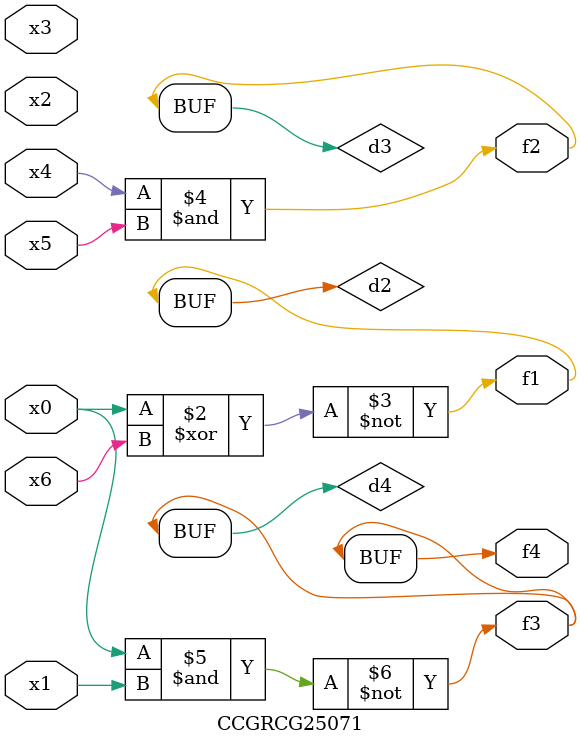
<source format=v>
module CCGRCG25071(
	input x0, x1, x2, x3, x4, x5, x6,
	output f1, f2, f3, f4
);

	wire d1, d2, d3, d4;

	nor (d1, x0);
	xnor (d2, x0, x6);
	and (d3, x4, x5);
	nand (d4, x0, x1);
	assign f1 = d2;
	assign f2 = d3;
	assign f3 = d4;
	assign f4 = d4;
endmodule

</source>
